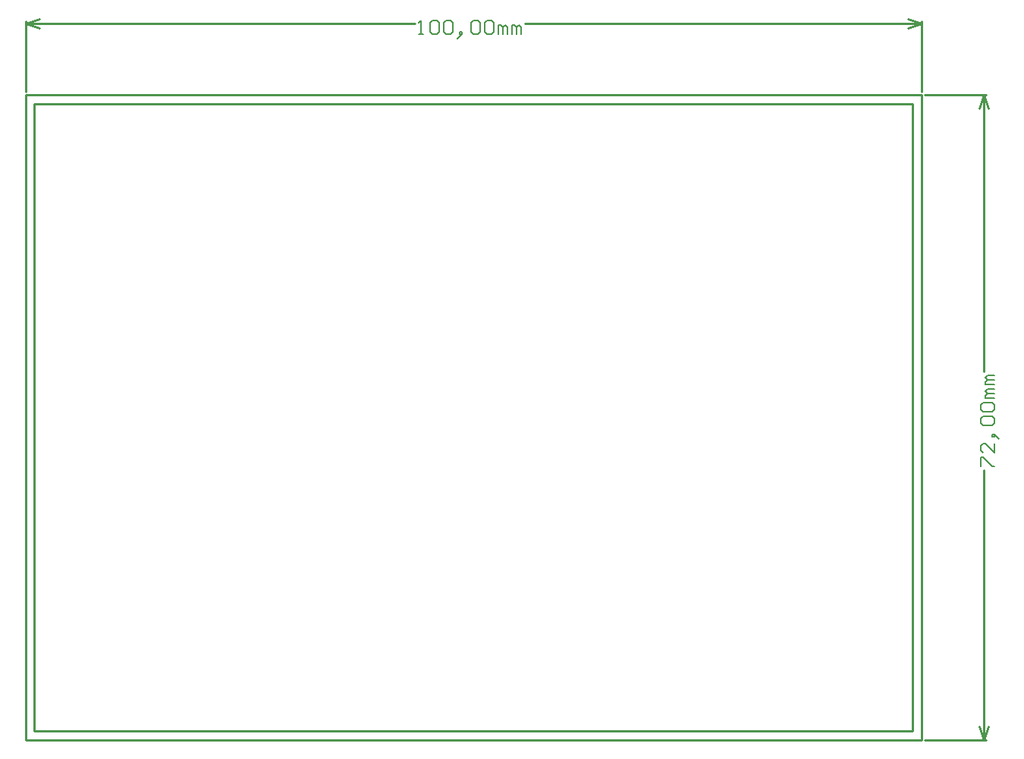
<source format=gm1>
%FSLAX24Y24*%
%MOIN*%
G70*
G01*
G75*
G04 Layer_Color=16711935*
%ADD10R,0.0400X0.0500*%
%ADD11R,0.0360X0.0500*%
%ADD12R,0.0360X0.0360*%
%ADD13R,0.0500X0.0400*%
%ADD14R,0.0800X0.0240*%
%ADD15O,0.0800X0.0240*%
%ADD16R,0.0500X0.0360*%
%ADD17R,0.0360X0.0360*%
%ADD18R,0.0590X0.0790*%
%ADD19R,0.1500X0.0790*%
G04:AMPARAMS|DCode=20|XSize=40mil|YSize=50mil|CornerRadius=0mil|HoleSize=0mil|Usage=FLASHONLY|Rotation=135.000|XOffset=0mil|YOffset=0mil|HoleType=Round|Shape=Rectangle|*
%AMROTATEDRECTD20*
4,1,4,0.0318,0.0035,-0.0035,-0.0318,-0.0318,-0.0035,0.0035,0.0318,0.0318,0.0035,0.0*
%
%ADD20ROTATEDRECTD20*%

%ADD21P,0.0424X4X360.0*%
G04:AMPARAMS|DCode=22|XSize=40mil|YSize=50mil|CornerRadius=0mil|HoleSize=0mil|Usage=FLASHONLY|Rotation=225.000|XOffset=0mil|YOffset=0mil|HoleType=Round|Shape=Rectangle|*
%AMROTATEDRECTD22*
4,1,4,-0.0035,0.0318,0.0318,-0.0035,0.0035,-0.0318,-0.0318,0.0035,-0.0035,0.0318,0.0*
%
%ADD22ROTATEDRECTD22*%

%ADD23O,0.1181X0.0472*%
%ADD24R,0.2559X0.2323*%
G04:AMPARAMS|DCode=25|XSize=21.7mil|YSize=65mil|CornerRadius=0mil|HoleSize=0mil|Usage=FLASHONLY|Rotation=315.000|XOffset=0mil|YOffset=0mil|HoleType=Round|Shape=Round|*
%AMOVALD25*
21,1,0.0433,0.0217,0.0000,0.0000,45.0*
1,1,0.0217,-0.0153,-0.0153*
1,1,0.0217,0.0153,0.0153*
%
%ADD25OVALD25*%

G04:AMPARAMS|DCode=26|XSize=21.7mil|YSize=65mil|CornerRadius=0mil|HoleSize=0mil|Usage=FLASHONLY|Rotation=225.000|XOffset=0mil|YOffset=0mil|HoleType=Round|Shape=Round|*
%AMOVALD26*
21,1,0.0433,0.0217,0.0000,0.0000,315.0*
1,1,0.0217,-0.0153,0.0153*
1,1,0.0217,0.0153,-0.0153*
%
%ADD26OVALD26*%

%ADD27R,0.0335X0.0157*%
%ADD28C,0.0200*%
%ADD29C,0.0400*%
%ADD30C,0.0300*%
%ADD31C,0.0600*%
%ADD32C,0.0800*%
%ADD33C,0.0150*%
%ADD34C,0.0500*%
%ADD35C,0.1500*%
%ADD36C,0.2000*%
%ADD37C,0.0100*%
%ADD38R,0.2362X0.5118*%
%ADD39R,0.4331X0.6299*%
G04:AMPARAMS|DCode=40|XSize=70mil|YSize=70mil|CornerRadius=17.5mil|HoleSize=0mil|Usage=FLASHONLY|Rotation=0.000|XOffset=0mil|YOffset=0mil|HoleType=Round|Shape=RoundedRectangle|*
%AMROUNDEDRECTD40*
21,1,0.0700,0.0350,0,0,0.0*
21,1,0.0350,0.0700,0,0,0.0*
1,1,0.0350,0.0175,-0.0175*
1,1,0.0350,-0.0175,-0.0175*
1,1,0.0350,-0.0175,0.0175*
1,1,0.0350,0.0175,0.0175*
%
%ADD40ROUNDEDRECTD40*%
%ADD41R,0.0700X0.0700*%
%ADD42C,0.1575*%
G04:AMPARAMS|DCode=43|XSize=98.4mil|YSize=98.4mil|CornerRadius=24.6mil|HoleSize=0mil|Usage=FLASHONLY|Rotation=270.000|XOffset=0mil|YOffset=0mil|HoleType=Round|Shape=RoundedRectangle|*
%AMROUNDEDRECTD43*
21,1,0.0984,0.0492,0,0,270.0*
21,1,0.0492,0.0984,0,0,270.0*
1,1,0.0492,-0.0246,-0.0246*
1,1,0.0492,-0.0246,0.0246*
1,1,0.0492,0.0246,0.0246*
1,1,0.0492,0.0246,-0.0246*
%
%ADD43ROUNDEDRECTD43*%
%ADD44C,0.0591*%
%ADD45R,0.0591X0.0591*%
%ADD46C,0.0600*%
%ADD47C,0.0500*%
%ADD48R,0.6693X0.5118*%
%ADD49C,0.0098*%
%ADD50C,0.0236*%
%ADD51C,0.0050*%
%ADD52C,0.0040*%
%ADD53C,0.0079*%
%ADD54R,0.0840X0.0380*%
%ADD55R,0.0480X0.0580*%
%ADD56R,0.0440X0.0580*%
%ADD57R,0.0440X0.0440*%
%ADD58R,0.0580X0.0480*%
%ADD59R,0.0880X0.0320*%
%ADD60O,0.0880X0.0320*%
%ADD61R,0.0580X0.0440*%
%ADD62R,0.0440X0.0440*%
%ADD63R,0.0670X0.0870*%
%ADD64R,0.1580X0.0870*%
G04:AMPARAMS|DCode=65|XSize=48mil|YSize=58mil|CornerRadius=0mil|HoleSize=0mil|Usage=FLASHONLY|Rotation=135.000|XOffset=0mil|YOffset=0mil|HoleType=Round|Shape=Rectangle|*
%AMROTATEDRECTD65*
4,1,4,0.0375,0.0035,-0.0035,-0.0375,-0.0375,-0.0035,0.0035,0.0375,0.0375,0.0035,0.0*
%
%ADD65ROTATEDRECTD65*%

%ADD66P,0.0537X4X360.0*%
G04:AMPARAMS|DCode=67|XSize=48mil|YSize=58mil|CornerRadius=0mil|HoleSize=0mil|Usage=FLASHONLY|Rotation=225.000|XOffset=0mil|YOffset=0mil|HoleType=Round|Shape=Rectangle|*
%AMROTATEDRECTD67*
4,1,4,-0.0035,0.0375,0.0375,-0.0035,0.0035,-0.0375,-0.0375,0.0035,-0.0035,0.0375,0.0*
%
%ADD67ROTATEDRECTD67*%

%ADD68O,0.1261X0.0552*%
%ADD69R,0.2639X0.2403*%
G04:AMPARAMS|DCode=70|XSize=29.7mil|YSize=73mil|CornerRadius=0mil|HoleSize=0mil|Usage=FLASHONLY|Rotation=315.000|XOffset=0mil|YOffset=0mil|HoleType=Round|Shape=Round|*
%AMOVALD70*
21,1,0.0433,0.0297,0.0000,0.0000,45.0*
1,1,0.0297,-0.0153,-0.0153*
1,1,0.0297,0.0153,0.0153*
%
%ADD70OVALD70*%

G04:AMPARAMS|DCode=71|XSize=29.7mil|YSize=73mil|CornerRadius=0mil|HoleSize=0mil|Usage=FLASHONLY|Rotation=225.000|XOffset=0mil|YOffset=0mil|HoleType=Round|Shape=Round|*
%AMOVALD71*
21,1,0.0433,0.0297,0.0000,0.0000,315.0*
1,1,0.0297,-0.0153,0.0153*
1,1,0.0297,0.0153,-0.0153*
%
%ADD71OVALD71*%

%ADD72R,0.0415X0.0237*%
G04:AMPARAMS|DCode=73|XSize=78mil|YSize=78mil|CornerRadius=21.5mil|HoleSize=0mil|Usage=FLASHONLY|Rotation=0.000|XOffset=0mil|YOffset=0mil|HoleType=Round|Shape=RoundedRectangle|*
%AMROUNDEDRECTD73*
21,1,0.0780,0.0350,0,0,0.0*
21,1,0.0350,0.0780,0,0,0.0*
1,1,0.0430,0.0175,-0.0175*
1,1,0.0430,-0.0175,-0.0175*
1,1,0.0430,-0.0175,0.0175*
1,1,0.0430,0.0175,0.0175*
%
%ADD73ROUNDEDRECTD73*%
%ADD74R,0.0780X0.0780*%
%ADD75C,0.1969*%
G04:AMPARAMS|DCode=76|XSize=106.4mil|YSize=106.4mil|CornerRadius=28.6mil|HoleSize=0mil|Usage=FLASHONLY|Rotation=270.000|XOffset=0mil|YOffset=0mil|HoleType=Round|Shape=RoundedRectangle|*
%AMROUNDEDRECTD76*
21,1,0.1064,0.0492,0,0,270.0*
21,1,0.0492,0.1064,0,0,270.0*
1,1,0.0572,-0.0246,-0.0246*
1,1,0.0572,-0.0246,0.0246*
1,1,0.0572,0.0246,0.0246*
1,1,0.0572,0.0246,-0.0246*
%
%ADD76ROUNDEDRECTD76*%
%ADD77C,0.0671*%
%ADD78R,0.0671X0.0671*%
%ADD79C,0.0680*%
%ADD80C,0.0580*%
%ADD81C,0.0060*%
D37*
X39520Y0D02*
X42226D01*
X39520Y28346D02*
X42226D01*
X42126Y0D02*
Y11854D01*
Y16173D02*
Y28346D01*
Y0D02*
X42326Y600D01*
X41926D02*
X42126Y0D01*
X41926Y27746D02*
X42126Y28346D01*
X42326Y27746D01*
X39370Y28496D02*
Y31596D01*
X0Y28496D02*
Y31596D01*
X21934Y31496D02*
X39370D01*
X0D02*
X17116D01*
X38770Y31696D02*
X39370Y31496D01*
X38770Y31296D02*
X39370Y31496D01*
X0D02*
X600Y31296D01*
X0Y31496D02*
X600Y31696D01*
X0Y0D02*
Y28346D01*
X39370D01*
Y0D02*
Y28346D01*
X0Y0D02*
X39370D01*
X38976Y394D02*
Y27953D01*
X394D02*
X38976D01*
X394Y394D02*
X38976D01*
X394D02*
Y27953D01*
D81*
X41986Y12014D02*
Y12414D01*
X42086D01*
X42486Y12014D01*
X42586D01*
Y13014D02*
Y12614D01*
X42186Y13014D01*
X42086D01*
X41986Y12914D01*
Y12714D01*
X42086Y12614D01*
X42686Y13313D02*
X42586Y13413D01*
X42486D01*
Y13313D01*
X42586D01*
Y13413D01*
X42686Y13313D01*
X42786Y13213D01*
X42086Y13813D02*
X41986Y13913D01*
Y14113D01*
X42086Y14213D01*
X42486D01*
X42586Y14113D01*
Y13913D01*
X42486Y13813D01*
X42086D01*
Y14413D02*
X41986Y14513D01*
Y14713D01*
X42086Y14813D01*
X42486D01*
X42586Y14713D01*
Y14513D01*
X42486Y14413D01*
X42086D01*
X42586Y15013D02*
X42186D01*
Y15113D01*
X42286Y15213D01*
X42586D01*
X42286D01*
X42186Y15313D01*
X42286Y15413D01*
X42586D01*
Y15613D02*
X42186D01*
Y15713D01*
X42286Y15813D01*
X42586D01*
X42286D01*
X42186Y15913D01*
X42286Y16013D01*
X42586D01*
X17276Y31036D02*
X17476D01*
X17376D01*
Y31636D01*
X17276Y31536D01*
X17776D02*
X17876Y31636D01*
X18076D01*
X18175Y31536D01*
Y31136D01*
X18076Y31036D01*
X17876D01*
X17776Y31136D01*
Y31536D01*
X18375D02*
X18475Y31636D01*
X18675D01*
X18775Y31536D01*
Y31136D01*
X18675Y31036D01*
X18475D01*
X18375Y31136D01*
Y31536D01*
X19075Y30936D02*
X19175Y31036D01*
Y31136D01*
X19075D01*
Y31036D01*
X19175D01*
X19075Y30936D01*
X18975Y30836D01*
X19575Y31536D02*
X19675Y31636D01*
X19875D01*
X19975Y31536D01*
Y31136D01*
X19875Y31036D01*
X19675D01*
X19575Y31136D01*
Y31536D01*
X20175D02*
X20275Y31636D01*
X20475D01*
X20575Y31536D01*
Y31136D01*
X20475Y31036D01*
X20275D01*
X20175Y31136D01*
Y31536D01*
X20775Y31036D02*
Y31436D01*
X20875D01*
X20975Y31336D01*
Y31036D01*
Y31336D01*
X21075Y31436D01*
X21175Y31336D01*
Y31036D01*
X21374D02*
Y31436D01*
X21474D01*
X21574Y31336D01*
Y31036D01*
Y31336D01*
X21674Y31436D01*
X21774Y31336D01*
Y31036D01*
M02*

</source>
